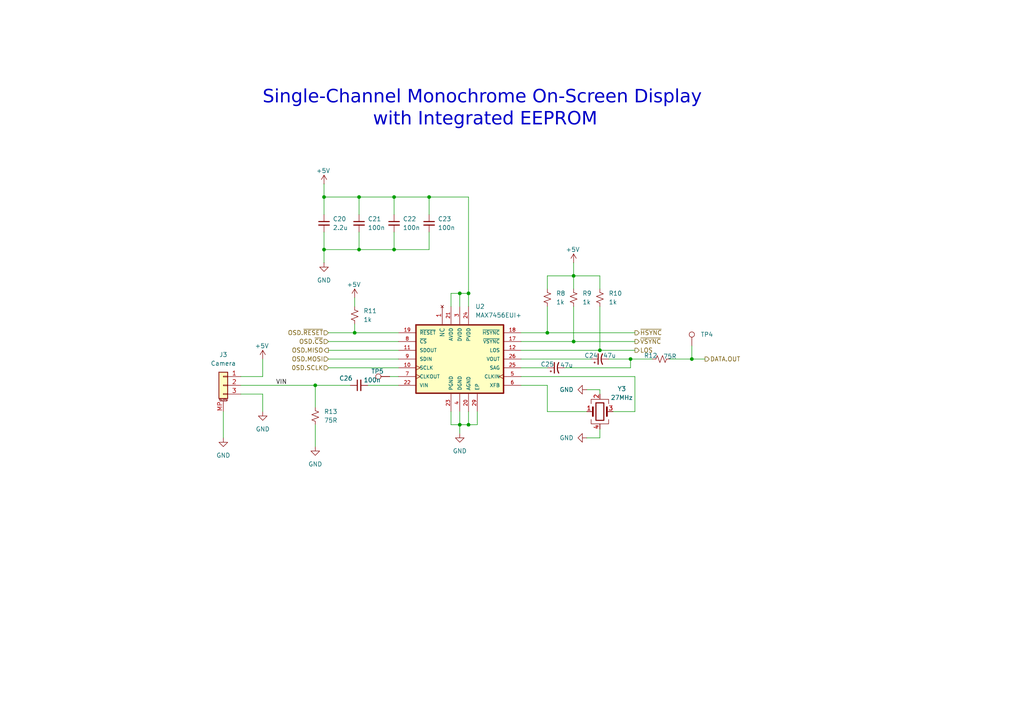
<source format=kicad_sch>
(kicad_sch (version 20250114) (generator "eeschema") (generator_version "9.0")
  (paper "A4")
  (lib_symbols
    (symbol "Connector:TestPoint" (pin_numbers (hide yes)) (pin_names (offset 0.762) (hide yes))
      (property "Reference" "TP" (at 0 6.858 0))
      (property "Value" "TestPoint" (at 0 5.08 0))
      (symbol "TestPoint_0_1"
        (circle (center 0 3.302) (radius 0.762))
      )
      (symbol "TestPoint_1_1"
        (pin passive line (at 0 0 90) (length 2.54) (name "1") (number "1"))
      )
    )
    (symbol "Connector_Generic_MountingPin:Conn_01x03_MountingPin" (pin_names (offset 1.016) (hide yes))
      (property "Reference" "J" (at 0 5.08 0))
      (property "Value" "Conn_01x03_MountingPin" (at 1.27 -5.08 0))
      (symbol "Conn_01x03_MountingPin_1_1"
        (rectangle (start -1.27 3.81) (end 1.27 -3.81) (stroke (width 0.254)) (fill (type background)))
        (rectangle (start -1.27 2.667) (end 0 2.413) (stroke (width 0.1524)))
        (rectangle (start -1.27 0.127) (end 0 -0.127) (stroke (width 0.1524)))
        (rectangle (start -1.27 -2.413) (end 0 -2.667) (stroke (width 0.1524)))
        (polyline (pts (xy -1.016 -4.572) (xy 1.016 -4.572)) (stroke (width 0.1524)))
        (text "Mounting" (at 0 -4.191 0) (effects (font (size 0.381 0.381))))
        (pin passive line (at -5.08 2.54 0) (length 3.81) (name "Pin_1") (number "1"))
        (pin passive line (at -5.08 0 0) (length 3.81) (name "Pin_2") (number "2"))
        (pin passive line (at -5.08 -2.54 0) (length 3.81) (name "Pin_3") (number "3"))
        (pin passive line (at 0 -7.62 90) (length 3.048) (name "MountPin") (number "MP"))
      )
    )
    (symbol "Device:C_Polarized_Small_US" (pin_numbers (hide yes)) (pin_names (offset 0.254) (hide yes))
      (property "Reference" "C" (at 0.254 1.778 0))
      (property "Value" "C_Polarized_Small_US" (at 0.254 -2.032 0))
      (symbol "C_Polarized_Small_US_0_1"
        (polyline (pts (xy -1.524 0.508) (xy 1.524 0.508)) (stroke (width 0.3048)))
        (polyline (pts (xy -1.27 1.524) (xy -0.762 1.524)))
        (polyline (pts (xy -1.016 1.27) (xy -1.016 1.778)))
        (arc (start -1.524 -0.762) (mid 0 -0.3734) (end 1.524 -0.762) (stroke (width 0.3048)))
      )
      (symbol "C_Polarized_Small_US_1_1"
        (pin passive line (at 0 2.54 270) (length 2.032) (name "~") (number "1"))
        (pin passive line (at 0 -2.54 90) (length 2.032) (name "~") (number "2"))
      )
    )
    (symbol "Device:C_Small" (pin_numbers (hide yes)) (pin_names (offset 0.254) (hide yes))
      (property "Reference" "C" (at 0.254 1.778 0))
      (property "Value" "C_Small" (at 0.254 -2.032 0))
      (symbol "C_Small_0_1"
        (polyline (pts (xy -1.524 0.508) (xy 1.524 0.508)) (stroke (width 0.3048)))
        (polyline (pts (xy -1.524 -0.508) (xy 1.524 -0.508)) (stroke (width 0.3302)))
      )
      (symbol "C_Small_1_1"
        (pin passive line (at 0 2.54 270) (length 2.032) (name "~") (number "1"))
        (pin passive line (at 0 -2.54 90) (length 2.032) (name "~") (number "2"))
      )
    )
    (symbol "Device:Crystal_GND24" (pin_names (offset 1.016) (hide yes))
      (property "Reference" "Y" (at 3.175 5.08 0))
      (property "Value" "Crystal_GND24" (at 3.175 3.175 0))
      (symbol "Crystal_GND24_0_1"
        (polyline (pts (xy -2.54 2.286) (xy -2.54 3.556) (xy 2.54 3.556) (xy 2.54 2.286)))
        (polyline (pts (xy -2.54 0) (xy -2.032 0)))
        (polyline (pts (xy -2.54 -2.286) (xy -2.54 -3.556) (xy 2.54 -3.556) (xy 2.54 -2.286)))
        (polyline (pts (xy -2.032 -1.27) (xy -2.032 1.27)) (stroke (width 0.508)))
        (rectangle (start -1.143 2.54) (end 1.143 -2.54) (stroke (width 0.3048)))
        (polyline (pts (xy 0 3.556) (xy 0 3.81)))
        (polyline (pts (xy 0 -3.81) (xy 0 -3.556)))
        (polyline (pts (xy 2.032 0) (xy 2.54 0)))
        (polyline (pts (xy 2.032 -1.27) (xy 2.032 1.27)) (stroke (width 0.508)))
      )
      (symbol "Crystal_GND24_1_1"
        (pin passive line (at -3.81 0 0) (length 1.27) (name "1") (number "1"))
        (pin passive line (at 0 5.08 270) (length 1.27) (name "2") (number "2"))
        (pin passive line (at 0 -5.08 90) (length 1.27) (name "4") (number "4"))
        (pin passive line (at 3.81 0 180) (length 1.27) (name "3") (number "3"))
      )
    )
    (symbol "Device:R_Small_US" (pin_numbers (hide yes)) (pin_names (offset 0.254) (hide yes))
      (property "Reference" "R" (at 0.762 0.508 0))
      (property "Value" "R_Small_US" (at 0.762 -1.016 0))
      (symbol "R_Small_US_1_1"
        (polyline (pts (xy 0 1.524) (xy 1.016 1.143) (xy 0 0.762) (xy -1.016 0.381) (xy 0 0)))
        (polyline (pts (xy 0 0) (xy 1.016 -0.381) (xy 0 -0.762) (xy -1.016 -1.143) (xy 0 -1.524)))
        (pin passive line (at 0 2.54 270) (length 1.016) (name "~") (number "1"))
        (pin passive line (at 0 -2.54 90) (length 1.016) (name "~") (number "2"))
      )
    )
    (symbol "Symbol_Library:MAX7456EUI_" (pin_names (offset 1.016))
      (property "Reference" "U3" (at 4.5086 15.24 0))
      (property "Value" "MAX7456EUI+" (at 4.5086 12.7 0))
      (symbol "MAX7456EUI__0_0"
        (rectangle (start -12.7 9.906) (end 12.7 -9.906) (stroke (width 0.41)) (fill (type background)))
        (pin input line (at -17.78 7.62 0) (length 5.08) (name "~{RESET}") (number "19"))
        (pin input line (at -17.78 5.08 0) (length 5.08) (name "~{CS}") (number "8"))
        (pin output line (at -17.78 2.54 0) (length 5.08) (name "SDOUT") (number "11"))
        (pin input line (at -17.78 0 0) (length 5.08) (name "SDIN") (number "9"))
        (pin input clock (at -17.78 -2.54 0) (length 5.08) (name "SCLK") (number "10"))
        (pin output clock (at -17.78 -5.08 0) (length 5.08) (name "CLKOUT") (number "7"))
        (pin input line (at -17.78 -7.62 0) (length 5.08) (name "VIN") (number "22"))
        (pin no_connect line (at -5.08 15.24 270) (length 5.08) (name "NC") (number "1"))
        (pin no_connect line (at -5.08 15.24 270) (length 5.08) (hide yes) (name "NC") (number "13"))
        (pin no_connect line (at -5.08 15.24 270) (length 5.08) (hide yes) (name "NC") (number "14"))
        (pin no_connect line (at -5.08 15.24 270) (length 5.08) (hide yes) (name "NC") (number "15"))
        (pin no_connect line (at -5.08 15.24 270) (length 5.08) (hide yes) (name "NC") (number "16"))
        (pin no_connect line (at -5.08 15.24 270) (length 5.08) (hide yes) (name "NC") (number "2"))
        (pin no_connect line (at -5.08 15.24 270) (length 5.08) (hide yes) (name "NC") (number "27"))
        (pin no_connect line (at -5.08 15.24 270) (length 5.08) (hide yes) (name "NC") (number "28"))
        (pin power_in line (at -2.54 15.24 270) (length 5.08) (name "AVDD") (number "21"))
        (pin power_in line (at -2.54 -15.24 90) (length 5.08) (name "PGND") (number "23"))
        (pin power_in line (at 0 15.24 270) (length 5.08) (name "DVDD") (number "3"))
        (pin power_in line (at 0 -15.24 90) (length 5.08) (name "DGND") (number "4"))
        (pin power_in line (at 2.54 15.24 270) (length 5.08) (name "PVDD") (number "24"))
        (pin power_in line (at 2.54 -15.24 90) (length 5.08) (name "AGND") (number "20"))
        (pin power_in line (at 5.08 -15.24 90) (length 5.08) (name "EP") (number "29"))
        (pin output line (at 17.78 7.62 180) (length 5.08) (name "~{HSYNC}") (number "18"))
        (pin output line (at 17.78 5.08 180) (length 5.08) (name "~{VSYNC}") (number "17"))
        (pin output line (at 17.78 2.54 180) (length 5.08) (name "LOS") (number "12"))
        (pin output line (at 17.78 0 180) (length 5.08) (name "VOUT") (number "26"))
        (pin input line (at 17.78 -2.54 180) (length 5.08) (name "SAG") (number "25"))
        (pin input clock (at 17.78 -5.08 180) (length 5.08) (name "CLKIN") (number "5"))
        (pin output line (at 17.78 -7.62 180) (length 5.08) (name "XFB") (number "6"))
      )
    )
    (symbol "power:+5V" (power) (pin_numbers (hide yes)) (pin_names (offset 0) (hide yes))
      (property "Value" "+5V" (at 0 3.556 0))
      (symbol "+5V_0_1"
        (polyline (pts (xy -0.762 1.27) (xy 0 2.54)))
        (polyline (pts (xy 0 2.54) (xy 0.762 1.27)))
        (polyline (pts (xy 0 0) (xy 0 2.54)))
      )
      (symbol "+5V_1_1"
        (pin power_in line (at 0 0 90) (length 0) (name "~") (number "1"))
      )
    )
    (symbol "power:GND" (power) (pin_numbers (hide yes)) (pin_names (offset 0) (hide yes))
      (property "Value" "GND" (at 0 -3.81 0))
      (symbol "GND_0_1"
        (polyline (pts (xy 0 0) (xy 0 -1.27) (xy 1.27 -1.27) (xy 0 -2.54) (xy -1.27 -1.27) (xy 0 -1.27)))
      )
      (symbol "GND_1_1"
        (pin power_in line (at 0 0 270) (length 0) (name "~") (number "1"))
      )
    )
  )
  (text "Single-Channel Monochrome On-Screen Display \nwith Integrated EEPROM" (at 140.716 32.512 0) (effects (font (size 3.81 3.81))))
  (junction (at 166.37 99.06))
  (junction (at 93.98 57.15))
  (junction (at 114.3 72.39))
  (junction (at 200.66 104.14))
  (junction (at 133.35 85.09))
  (junction (at 158.75 96.52))
  (junction (at 104.14 57.15))
  (junction (at 135.89 85.09))
  (junction (at 91.44 111.76))
  (junction (at 93.98 72.39))
  (junction (at 114.3 57.15))
  (junction (at 133.35 123.19))
  (junction (at 124.46 57.15))
  (junction (at 104.14 72.39))
  (junction (at 102.87 96.52))
  (junction (at 173.99 101.6))
  (junction (at 166.37 80.01))
  (junction (at 182.88 104.14))
  (junction (at 135.89 123.19))
  (wire (pts (xy 184.15 99.06) (xy 166.37 99.06)))
  (wire (pts (xy 95.25 106.68) (xy 115.57 106.68)))
  (wire (pts (xy 102.87 93.98) (xy 102.87 96.52)))
  (wire (pts (xy 114.3 72.39) (xy 124.46 72.39)))
  (wire (pts (xy 95.25 101.6) (xy 115.57 101.6)))
  (wire (pts (xy 182.88 104.14) (xy 189.23 104.14)))
  (wire (pts (xy 95.25 104.14) (xy 115.57 104.14)))
  (wire (pts (xy 93.98 72.39) (xy 104.14 72.39)))
  (wire (pts (xy 158.75 96.52) (xy 151.13 96.52)))
  (wire (pts (xy 184.15 109.22) (xy 184.15 119.38)))
  (wire (pts (xy 93.98 57.15) (xy 93.98 53.34)))
  (wire (pts (xy 166.37 88.9) (xy 166.37 99.06)))
  (wire (pts (xy 170.18 127) (xy 173.99 127)))
  (wire (pts (xy 130.81 88.9) (xy 130.81 85.09)))
  (wire (pts (xy 173.99 113.03) (xy 170.18 113.03)))
  (wire (pts (xy 114.3 67.31) (xy 114.3 72.39)))
  (wire (pts (xy 133.35 123.19) (xy 133.35 125.73)))
  (wire (pts (xy 176.53 104.14) (xy 182.88 104.14)))
  (wire (pts (xy 91.44 118.11) (xy 91.44 111.76)))
  (wire (pts (xy 138.43 119.38) (xy 138.43 123.19)))
  (wire (pts (xy 166.37 80.01) (xy 166.37 83.82)))
  (wire (pts (xy 76.2 114.3) (xy 69.85 114.3)))
  (wire (pts (xy 106.68 111.76) (xy 115.57 111.76)))
  (wire (pts (xy 104.14 67.31) (xy 104.14 72.39)))
  (wire (pts (xy 130.81 85.09) (xy 133.35 85.09)))
  (wire (pts (xy 200.66 100.33) (xy 200.66 104.14)))
  (wire (pts (xy 130.81 119.38) (xy 130.81 123.19)))
  (wire (pts (xy 166.37 99.06) (xy 151.13 99.06)))
  (wire (pts (xy 130.81 123.19) (xy 133.35 123.19)))
  (wire (pts (xy 138.43 123.19) (xy 135.89 123.19)))
  (wire (pts (xy 133.35 119.38) (xy 133.35 123.19)))
  (wire (pts (xy 124.46 57.15) (xy 124.46 62.23)))
  (wire (pts (xy 113.03 109.22) (xy 115.57 109.22)))
  (wire (pts (xy 95.25 99.06) (xy 115.57 99.06)))
  (wire (pts (xy 151.13 109.22) (xy 184.15 109.22)))
  (wire (pts (xy 76.2 104.14) (xy 76.2 109.22)))
  (wire (pts (xy 95.25 96.52) (xy 102.87 96.52)))
  (wire (pts (xy 135.89 123.19) (xy 133.35 123.19)))
  (wire (pts (xy 173.99 88.9) (xy 173.99 101.6)))
  (wire (pts (xy 114.3 57.15) (xy 114.3 62.23)))
  (wire (pts (xy 158.75 80.01) (xy 158.75 83.82)))
  (wire (pts (xy 170.18 119.38) (xy 158.75 119.38)))
  (wire (pts (xy 166.37 76.2) (xy 166.37 80.01)))
  (wire (pts (xy 173.99 101.6) (xy 184.15 101.6)))
  (wire (pts (xy 173.99 83.82) (xy 173.99 80.01)))
  (wire (pts (xy 93.98 72.39) (xy 93.98 67.31)))
  (wire (pts (xy 104.14 57.15) (xy 104.14 62.23)))
  (wire (pts (xy 135.89 88.9) (xy 135.89 85.09)))
  (wire (pts (xy 200.66 104.14) (xy 204.47 104.14)))
  (wire (pts (xy 158.75 88.9) (xy 158.75 96.52)))
  (wire (pts (xy 166.37 80.01) (xy 158.75 80.01)))
  (wire (pts (xy 64.77 119.38) (xy 64.77 127)))
  (wire (pts (xy 173.99 80.01) (xy 166.37 80.01)))
  (wire (pts (xy 182.88 106.68) (xy 182.88 104.14)))
  (wire (pts (xy 177.8 119.38) (xy 184.15 119.38)))
  (wire (pts (xy 104.14 72.39) (xy 114.3 72.39)))
  (wire (pts (xy 151.13 101.6) (xy 173.99 101.6)))
  (wire (pts (xy 93.98 62.23) (xy 93.98 57.15)))
  (wire (pts (xy 173.99 127) (xy 173.99 124.46)))
  (wire (pts (xy 163.83 106.68) (xy 182.88 106.68)))
  (wire (pts (xy 158.75 119.38) (xy 158.75 111.76)))
  (wire (pts (xy 124.46 57.15) (xy 135.89 57.15)))
  (wire (pts (xy 69.85 111.76) (xy 91.44 111.76)))
  (wire (pts (xy 124.46 67.31) (xy 124.46 72.39)))
  (wire (pts (xy 133.35 85.09) (xy 133.35 88.9)))
  (wire (pts (xy 76.2 109.22) (xy 69.85 109.22)))
  (wire (pts (xy 114.3 57.15) (xy 124.46 57.15)))
  (wire (pts (xy 158.75 111.76) (xy 151.13 111.76)))
  (wire (pts (xy 102.87 86.36) (xy 102.87 88.9)))
  (wire (pts (xy 173.99 114.3) (xy 173.99 113.03)))
  (wire (pts (xy 151.13 106.68) (xy 158.75 106.68)))
  (wire (pts (xy 93.98 76.2) (xy 93.98 72.39)))
  (wire (pts (xy 194.31 104.14) (xy 200.66 104.14)))
  (wire (pts (xy 91.44 129.54) (xy 91.44 123.19)))
  (wire (pts (xy 93.98 57.15) (xy 104.14 57.15)))
  (wire (pts (xy 151.13 104.14) (xy 171.45 104.14)))
  (wire (pts (xy 133.35 85.09) (xy 135.89 85.09)))
  (wire (pts (xy 135.89 85.09) (xy 135.89 57.15)))
  (wire (pts (xy 102.87 96.52) (xy 115.57 96.52)))
  (wire (pts (xy 135.89 119.38) (xy 135.89 123.19)))
  (wire (pts (xy 91.44 111.76) (xy 101.6 111.76)))
  (wire (pts (xy 76.2 119.38) (xy 76.2 114.3)))
  (wire (pts (xy 184.15 96.52) (xy 158.75 96.52)))
  (wire (pts (xy 104.14 57.15) (xy 114.3 57.15)))
  (label "VIN" (at 80.01 111.76 0))
  (hierarchical_label "OSD.~{RESET}" (shape input) (at 95.25 96.52 180))
  (hierarchical_label "LOS" (shape output) (at 184.15 101.6 0))
  (hierarchical_label "~{HSYNC}" (shape output) (at 184.15 96.52 0))
  (hierarchical_label "0SD.SCLK" (shape input) (at 95.25 106.68 180))
  (hierarchical_label "~{VSYNC}" (shape output) (at 184.15 99.06 0))
  (hierarchical_label "OSD.MISO" (shape output) (at 95.25 101.6 180))
  (hierarchical_label "OSD.MOSI" (shape input) (at 95.25 104.14 180))
  (hierarchical_label "DATA.OUT" (shape output) (at 204.47 104.14 0))
  (hierarchical_label "OSD.~{CS}" (shape input) (at 95.25 99.06 180))
  (symbol (lib_id "Device:R_Small_US") (at 191.77 104.14 90) (unit 1)
    (property "Reference" "R12" (at 188.722 103.124 90))
    (property "Value" "75R" (at 194.31 103.378 90))
    (property "Footprint" "Resistor_SMD:R_0201_0603Metric" (effects (hide yes)))
    (property "Description" "Resistor, small US symbol" (effects (hide yes)))
    (instances (project "Flybot_FC" (path "" (reference "R12") (unit 1))) (project "Drone_AIO_V1.0.0" (path "" (reference "R14") (unit 1))))
  )
  (symbol (lib_id "Device:C_Small") (at 104.14 111.76 90) (unit 1)
    (property "Reference" "C26" (at 100.33 109.728 90))
    (property "Value" "100n" (at 107.95 110.236 90))
    (property "Footprint" "Capacitor_SMD:C_0402_1005Metric" (effects (hide yes)))
    (property "Description" "Unpolarized capacitor, small symbol" (effects (hide yes)))
    (instances (project "Flybot_FC" (path "" (reference "C26") (unit 1))) (project "Drone_AIO_V1.0.0" (path "" (reference "C20") (unit 1))))
  )
  (symbol (lib_id "Device:C_Small") (at 104.14 64.77 0) (unit 1)
    (property "Reference" "C21" (at 106.68 63.5062 0) (effects (justify left)))
    (property "Value" "100n" (at 106.68 66.0462 0) (effects (justify left)))
    (property "Footprint" "Capacitor_SMD:C_0402_1005Metric" (effects (hide yes)))
    (property "Description" "Unpolarized capacitor, small symbol" (effects (hide yes)))
    (instances (project "Flybot_FC" (path "" (reference "C21") (unit 1))) (project "Drone_AIO_V1.0.0" (path "" (reference "C19") (unit 1))))
  )
  (symbol (lib_id "Device:R_Small_US") (at 166.37 86.36 0) (unit 1)
    (property "Reference" "R9" (at 168.91 85.0899 0) (effects (justify left)))
    (property "Value" "1k" (at 168.91 87.6299 0) (effects (justify left)))
    (property "Footprint" "Resistor_SMD:R_0201_0603Metric" (effects (hide yes)))
    (property "Description" "Resistor, small US symbol" (effects (hide yes)))
    (instances (project "Flybot_FC" (path "" (reference "R9") (unit 1))) (project "Drone_AIO_V1.0.0" (path "" (reference "R12") (unit 1))))
  )
  (symbol (lib_id "power:GND") (at 133.35 125.73 0) (unit 1)
    (property "Reference" "#PWR034" (effects (hide yes)))
    (property "Value" "GND" (at 133.35 130.81 0))
    (property "Description" "Power symbol creates a global label with name \"GND\" , ground" (effects (hide yes)))
    (instances (project "Flybot_FC" (path "" (reference "#PWR034") (unit 1))) (project "Drone_AIO_V1.0.0" (path "" (reference "#PWR035") (unit 1))))
  )
  (symbol (lib_id "Device:C_Small") (at 114.3 64.77 0) (unit 1)
    (property "Reference" "C22" (at 116.84 63.5062 0) (effects (justify left)))
    (property "Value" "100n" (at 116.84 66.0462 0) (effects (justify left)))
    (property "Footprint" "Capacitor_SMD:C_0402_1005Metric" (effects (hide yes)))
    (property "Description" "Unpolarized capacitor, small symbol" (effects (hide yes)))
    (instances (project "Flybot_FC" (path "" (reference "C22") (unit 1))) (project "Drone_AIO_V1.0.0" (path "" (reference "C21") (unit 1))))
  )
  (symbol (lib_id "power:GND") (at 93.98 76.2 0) (unit 1)
    (property "Reference" "#PWR028" (effects (hide yes)))
    (property "Value" "GND" (at 93.98 81.28 0))
    (property "Description" "Power symbol creates a global label with name \"GND\" , ground" (effects (hide yes)))
    (instances (project "Flybot_FC" (path "" (reference "#PWR028") (unit 1))) (project "Drone_AIO_V1.0.0" (path "" (reference "#PWR033") (unit 1))))
  )
  (symbol (lib_id "Connector:TestPoint") (at 200.66 100.33 0) (unit 1)
    (property "Reference" "TP4" (at 203.2 97.0279 0) (effects (justify left)))
    (property "Value" "TestPoint" (effects (hide yes)))
    (property "Description" "test point" (effects (hide yes)))
  )
  (symbol (lib_id "Device:R_Small_US") (at 158.75 86.36 0) (unit 1)
    (property "Reference" "R8" (at 161.29 85.0899 0) (effects (justify left)))
    (property "Value" "1k" (at 161.29 87.6299 0) (effects (justify left)))
    (property "Footprint" "Resistor_SMD:R_0201_0603Metric" (effects (hide yes)))
    (property "Description" "Resistor, small US symbol" (effects (hide yes)))
    (instances (project "Flybot_FC" (path "" (reference "R8") (unit 1))) (project "Drone_AIO_V1.0.0" (path "" (reference "R11") (unit 1))))
  )
  (symbol (lib_id "Device:R_Small_US") (at 102.87 91.44 0) (unit 1)
    (property "Reference" "R11" (at 105.41 90.1699 0) (effects (justify left)))
    (property "Value" "1k" (at 105.41 92.7099 0) (effects (justify left)))
    (property "Footprint" "Resistor_SMD:R_0201_0603Metric" (effects (hide yes)))
    (property "Description" "Resistor, small US symbol" (effects (hide yes)))
    (instances (project "Flybot_FC" (path "" (reference "R11") (unit 1))) (project "Drone_AIO_V1.0.0" (path "" (reference "R10") (unit 1))))
  )
  (symbol (lib_id "Device:R_Small_US") (at 91.44 120.65 0) (unit 1)
    (property "Reference" "R13" (at 93.98 119.3799 0) (effects (justify left)))
    (property "Value" "75R" (at 93.98 121.9199 0) (effects (justify left)))
    (property "Footprint" "Resistor_SMD:R_0201_0603Metric" (effects (hide yes)))
    (property "Description" "Resistor, small US symbol" (effects (hide yes)))
    (instances (project "Flybot_FC" (path "" (reference "R13") (unit 1))) (project "Drone_AIO_V1.0.0" (path "" (reference "R9") (unit 1))))
  )
  (symbol (lib_id "power:+5V") (at 76.2 104.14 0) (unit 1)
    (property "Reference" "#PWR031" (effects (hide yes)))
    (property "Value" "+5V" (at 75.946 100.33 0))
    (property "Description" "Power symbol creates a global label with name \"+5V\"" (effects (hide yes)))
    (instances (project "Flybot_FC" (path "" (reference "#PWR031") (unit 1))) (project "Drone_AIO_V1.0.0" (path "" (reference "#PWR029") (unit 1))))
  )
  (symbol (lib_id "power:GND") (at 91.44 129.54 0) (unit 1)
    (property "Reference" "#PWR037" (effects (hide yes)))
    (property "Value" "GND" (at 91.44 134.62 0))
    (property "Description" "Power symbol creates a global label with name \"GND\" , ground" (effects (hide yes)))
    (instances (project "Flybot_FC" (path "" (reference "#PWR037") (unit 1))) (project "Drone_AIO_V1.0.0" (path "" (reference "#PWR031") (unit 1))))
  )
  (symbol (lib_id "power:GND") (at 64.77 127 0) (unit 1)
    (property "Reference" "#PWR035" (effects (hide yes)))
    (property "Value" "GND" (at 64.77 132.08 0))
    (property "Description" "Power symbol creates a global label with name \"GND\" , ground" (effects (hide yes)))
    (instances (project "Flybot_FC" (path "" (reference "#PWR035") (unit 1))) (project "Drone_AIO_V1.0.0" (path "" (reference "#PWR0272") (unit 1))))
  )
  (symbol (lib_id "power:+5V") (at 166.37 76.2 0) (unit 1)
    (property "Reference" "#PWR029" (effects (hide yes)))
    (property "Value" "+5V" (at 166.116 72.39 0))
    (property "Description" "Power symbol creates a global label with name \"+5V\"" (effects (hide yes)))
    (instances (project "Flybot_FC" (path "" (reference "#PWR029") (unit 1))) (project "Drone_AIO_V1.0.0" (path "" (reference "#PWR036") (unit 1))))
  )
  (symbol (lib_id "power:+5V") (at 93.98 53.34 0) (unit 1)
    (property "Reference" "#PWR027" (effects (hide yes)))
    (property "Value" "+5V" (at 93.726 49.53 0))
    (property "Description" "Power symbol creates a global label with name \"+5V\"" (effects (hide yes)))
    (instances (project "Flybot_FC" (path "" (reference "#PWR027") (unit 1))) (project "Drone_AIO_V1.0.0" (path "" (reference "#PWR032") (unit 1))))
  )
  (symbol (lib_id "Connector:TestPoint") (at 113.03 109.22 90) (unit 1)
    (property "Reference" "TP5" (at 109.474 107.696 90))
    (property "Value" "TestPoint" (effects (hide yes)))
    (property "Footprint" "TestPoint:TestPoint_Pad_D1.0mm" (effects (hide yes)))
    (property "Description" "test point" (effects (hide yes)))
    (instances (project "Flybot_FC" (path "" (reference "TP5") (unit 1))) (project "Drone_AIO_V1.0.0" (path "" (reference "TP4") (unit 1))))
  )
  (symbol (lib_id "Connector_Generic_MountingPin:Conn_01x03_MountingPin") (at 64.77 111.76 0) (mirror y) (unit 1)
    (property "Reference" "J3" (at 64.77 102.87 0))
    (property "Value" "Camera" (at 64.77 105.41 0))
    (property "Footprint" "greencharge-footprints:JST_BM03B-SRSS-TB_LF__SN_" (effects (hide yes)))
    (property "Description" "Generic connectable mounting pin connector, single row, 01x03, script generated (kicad-library-utils/schlib/autogen/connector/)" (effects (hide yes)))
    (instances (project "Flybot_FC" (path "" (reference "J3") (unit 1))) (project "Drone_AIO_V1.0.0" (path "" (reference "J2") (unit 1))))
  )
  (symbol (lib_id "Symbol_Library:MAX7456EUI_") (at 133.35 104.14 0) (unit 1)
    (property "Reference" "U2" (at 137.8586 88.9 0) (effects (justify left)))
    (property "Value" "MAX7456EUI+" (at 137.8586 91.44 0) (effects (justify left)))
    (property "Footprint" "greencharge-footprints:MAX7456EUI+" (effects (hide yes)))
    (property "Datasheet" "https://www.analog.com/media/en/technical-documentation/data-sheets/MAX7456.pdf" (effects (hide yes)))
    (property "Description" "Single-Channel Monochrome On-Screen Display with Integrated EEPROM" (effects (hide yes)))
    (instances (project "Flybot_FC" (path "" (reference "U2") (unit 1))) (project "Drone_AIO_V1.0.0" (path "" (reference "U3") (unit 1))))
  )
  (symbol (lib_id "Device:C_Small") (at 93.98 64.77 0) (unit 1)
    (property "Reference" "C20" (at 96.52 63.5062 0) (effects (justify left)))
    (property "Value" "2.2u" (at 96.52 66.0462 0) (effects (justify left)))
    (property "Footprint" "Capacitor_SMD:C_0402_1005Metric" (effects (hide yes)))
    (property "Description" "Unpolarized capacitor, small symbol" (effects (hide yes)))
    (instances (project "Flybot_FC" (path "" (reference "C20") (unit 1))) (project "Drone_AIO_V1.0.0" (path "" (reference "C18") (unit 1))))
  )
  (symbol (lib_id "power:GND") (at 76.2 119.38 0) (unit 1)
    (property "Reference" "#PWR033" (effects (hide yes)))
    (property "Value" "GND" (at 76.2 124.46 0))
    (property "Description" "Power symbol creates a global label with name \"GND\" , ground" (effects (hide yes)))
    (instances (project "Flybot_FC" (path "" (reference "#PWR033") (unit 1))) (project "Drone_AIO_V1.0.0" (path "" (reference "#PWR030") (unit 1))))
  )
  (symbol (lib_id "power:GND") (at 170.18 127 270) (unit 1)
    (property "Reference" "#PWR036" (effects (hide yes)))
    (property "Value" "GND" (at 166.37 126.9999 90) (effects (justify right)))
    (property "Description" "Power symbol creates a global label with name \"GND\" , ground" (effects (hide yes)))
    (instances (project "Flybot_FC" (path "" (reference "#PWR036") (unit 1))) (project "Drone_AIO_V1.0.0" (path "" (reference "#PWR038") (unit 1))))
  )
  (symbol (lib_id "power:+5V") (at 102.87 86.36 0) (unit 1)
    (property "Reference" "#PWR030" (effects (hide yes)))
    (property "Value" "+5V" (at 102.616 82.55 0))
    (property "Description" "Power symbol creates a global label with name \"+5V\"" (effects (hide yes)))
    (instances (project "Flybot_FC" (path "" (reference "#PWR030") (unit 1))) (project "Drone_AIO_V1.0.0" (path "" (reference "#PWR034") (unit 1))))
  )
  (symbol (lib_id "Device:C_Polarized_Small_US") (at 173.99 104.14 90) (unit 1)
    (property "Reference" "C24" (at 171.45 103.124 90))
    (property "Value" "47u" (at 176.784 103.124 90))
    (property "Footprint" "greencharge-footprints:SMD 3216-16" (effects (hide yes)))
    (property "Description" "Polarized capacitor, small US symbol" (effects (hide yes)))
  )
  (symbol (lib_id "Device:C_Small") (at 124.46 64.77 0) (unit 1)
    (property "Reference" "C23" (at 127 63.5062 0) (effects (justify left)))
    (property "Value" "100n" (at 127 66.0462 0) (effects (justify left)))
    (property "Footprint" "Capacitor_SMD:C_0402_1005Metric" (effects (hide yes)))
    (property "Description" "Unpolarized capacitor, small symbol" (effects (hide yes)))
    (instances (project "Flybot_FC" (path "" (reference "C23") (unit 1))) (project "Drone_AIO_V1.0.0" (path "" (reference "C22") (unit 1))))
  )
  (symbol (lib_id "Device:R_Small_US") (at 173.99 86.36 0) (unit 1)
    (property "Reference" "R10" (at 176.53 85.0899 0) (effects (justify left)))
    (property "Value" "1k" (at 176.53 87.6299 0) (effects (justify left)))
    (property "Footprint" "Resistor_SMD:R_0201_0603Metric" (effects (hide yes)))
    (property "Description" "Resistor, small US symbol" (effects (hide yes)))
    (instances (project "Flybot_FC" (path "" (reference "R10") (unit 1))) (project "Drone_AIO_V1.0.0" (path "" (reference "R13") (unit 1))))
  )
  (symbol (lib_id "Device:Crystal_GND24") (at 173.99 119.38 0) (unit 1)
    (property "Reference" "Y3" (at 180.34 112.776 0))
    (property "Value" "27MHz" (at 180.34 115.316 0))
    (property "Footprint" "Crystal:Crystal_SMD_2016-4Pin_2.0x1.6mm" (effects (hide yes)))
    (property "Description" "Four pin crystal, GND on pins 2 and 4" (effects (hide yes)))
    (property "MPN" "SX1B27.000F0810F30" (effects (hide yes)))
  )
  (symbol (lib_id "power:GND") (at 170.18 113.03 270) (unit 1)
    (property "Reference" "#PWR032" (effects (hide yes)))
    (property "Value" "GND" (at 166.37 113.0299 90) (effects (justify right)))
    (property "Description" "Power symbol creates a global label with name \"GND\" , ground" (effects (hide yes)))
    (instances (project "Flybot_FC" (path "" (reference "#PWR032") (unit 1))) (project "Drone_AIO_V1.0.0" (path "" (reference "#PWR037") (unit 1))))
  )
  (symbol (lib_id "Device:C_Polarized_Small_US") (at 161.29 106.68 90) (unit 1)
    (property "Reference" "C25" (at 158.75 105.664 90))
    (property "Value" "47u" (at 164.338 105.918 90))
    (property "Footprint" "greencharge-footprints:SMD 3216-16" (effects (hide yes)))
    (property "Description" "Polarized capacitor, small US symbol" (effects (hide yes)))
    (instances (project "Flybot_FC" (path "" (reference "C25") (unit 1))) (project "Drone_AIO_V1.0.0" (path "" (reference "C23") (unit 1))))
  )
)
</source>
